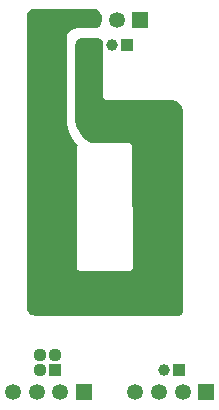
<source format=gtl>
G04*
G04 #@! TF.GenerationSoftware,Altium Limited,Altium Designer,21.7.2 (23)*
G04*
G04 Layer_Physical_Order=1*
G04 Layer_Color=255*
%FSAX25Y25*%
%MOIN*%
G70*
G04*
G04 #@! TF.SameCoordinates,C6185680-9DF1-42B3-8AB4-FD9FEACD6233*
G04*
G04*
G04 #@! TF.FilePolarity,Positive*
G04*
G01*
G75*
%ADD14C,0.04409*%
%ADD15R,0.04409X0.04409*%
%ADD18C,0.05315*%
%ADD19R,0.05315X0.05315*%
%ADD20R,0.03937X0.03937*%
%ADD21C,0.03937*%
G36*
X0160459Y0232686D02*
X0161151Y0231994D01*
X0161526Y0231090D01*
Y0229148D01*
X0161420Y0228615D01*
X0161212Y0228114D01*
X0160910Y0227662D01*
X0160527Y0227279D01*
X0160075Y0226977D01*
X0159574Y0226769D01*
X0159041Y0226663D01*
X0153061D01*
X0152752Y0226648D01*
X0152147Y0226528D01*
X0151576Y0226291D01*
X0151063Y0225948D01*
X0150626Y0225512D01*
X0150283Y0224998D01*
X0150047Y0224428D01*
X0149927Y0223822D01*
X0149911Y0223514D01*
Y0196665D01*
X0149926Y0196054D01*
X0150046Y0194840D01*
X0150284Y0193643D01*
X0150638Y0192476D01*
X0151105Y0191349D01*
X0151680Y0190272D01*
X0152358Y0189258D01*
X0153132Y0188315D01*
X0153553Y0187873D01*
X0153525Y0187580D01*
X0153508Y0187404D01*
X0153508Y0187391D01*
X0153410Y0146853D01*
X0153410Y0146849D01*
X0153410Y0146844D01*
X0153449Y0146654D01*
X0153486Y0146463D01*
X0153489Y0146459D01*
X0153489Y0146455D01*
X0153598Y0146293D01*
X0153706Y0146131D01*
X0153710Y0146129D01*
X0153712Y0146125D01*
X0153875Y0146018D01*
X0154037Y0145909D01*
X0154041Y0145908D01*
X0154045Y0145906D01*
X0154236Y0145869D01*
X0154427Y0145831D01*
X0154431Y0145832D01*
X0154435Y0145831D01*
X0170971Y0145929D01*
X0171163Y0145969D01*
X0171359Y0146009D01*
X0171360Y0146009D01*
X0171360Y0146009D01*
X0171527Y0146122D01*
X0171689Y0146231D01*
X0171689Y0146232D01*
X0171690Y0146232D01*
X0171801Y0146401D01*
X0171908Y0146563D01*
X0171908Y0146564D01*
X0171909Y0146564D01*
X0171946Y0146758D01*
X0171984Y0146954D01*
X0171787Y0187407D01*
X0171748Y0187599D01*
X0171710Y0187792D01*
X0171708Y0187794D01*
X0171708Y0187796D01*
X0171598Y0187959D01*
X0171489Y0188122D01*
X0171487Y0188124D01*
X0171485Y0188126D01*
X0171321Y0188234D01*
X0171158Y0188344D01*
X0171155Y0188344D01*
X0171153Y0188345D01*
X0170960Y0188383D01*
X0170768Y0188421D01*
X0158670D01*
X0158289Y0188497D01*
X0157249Y0188928D01*
X0156313Y0189553D01*
X0155915Y0189951D01*
X0155915Y0189951D01*
X0155695Y0190171D01*
X0154998Y0190868D01*
X0153904Y0192506D01*
X0153150Y0194326D01*
X0152766Y0196257D01*
Y0197242D01*
Y0221305D01*
X0152864Y0221799D01*
X0153057Y0222265D01*
X0153337Y0222684D01*
X0153694Y0223041D01*
X0154113Y0223321D01*
X0154578Y0223514D01*
X0155073Y0223612D01*
X0157392D01*
X0159951Y0223612D01*
X0160362Y0223612D01*
X0161122Y0223298D01*
X0161703Y0222716D01*
X0161997Y0222007D01*
X0162018Y0221546D01*
Y0221545D01*
X0162018Y0221545D01*
X0162018Y0221545D01*
Y0204222D01*
X0162046Y0203934D01*
X0162267Y0203402D01*
X0162674Y0202995D01*
X0163206Y0202774D01*
X0163494Y0202746D01*
X0163494Y0202746D01*
X0185049Y0202746D01*
X0185398Y0202746D01*
X0186083Y0202610D01*
X0186728Y0202343D01*
X0187308Y0201955D01*
X0187802Y0201461D01*
X0188189Y0200881D01*
X0188456Y0200236D01*
X0188569Y0199668D01*
X0188593Y0199203D01*
Y0199203D01*
X0188593D01*
X0188593Y0199203D01*
Y0132372D01*
Y0132098D01*
X0188383Y0131591D01*
X0187995Y0131204D01*
X0187489Y0130994D01*
X0139207D01*
X0138674Y0131100D01*
X0138173Y0131308D01*
X0137722Y0131609D01*
X0137338Y0131993D01*
X0137036Y0132445D01*
X0136828Y0132946D01*
X0136723Y0133478D01*
Y0133750D01*
Y0231093D01*
X0136723Y0231484D01*
X0137022Y0232207D01*
X0137576Y0232761D01*
X0138299Y0233061D01*
X0138691Y0233061D01*
X0138691Y0233061D01*
X0159555D01*
X0160459Y0232686D01*
D02*
G37*
D14*
X0146102Y0117854D02*
D03*
X0141102D02*
D03*
Y0112854D02*
D03*
D15*
X0146102D02*
D03*
D18*
X0132087Y0105413D02*
D03*
X0139961D02*
D03*
X0147835D02*
D03*
X0172835D02*
D03*
X0180709D02*
D03*
X0188583D02*
D03*
X0166535Y0229528D02*
D03*
X0158661D02*
D03*
X0150787D02*
D03*
D19*
X0155709Y0105413D02*
D03*
X0196457D02*
D03*
X0174409Y0229528D02*
D03*
D20*
X0187284Y0112894D02*
D03*
X0170039Y0221260D02*
D03*
D21*
X0182283Y0112894D02*
D03*
X0165039Y0221260D02*
D03*
X0160039D02*
D03*
X0155039D02*
D03*
M02*

</source>
